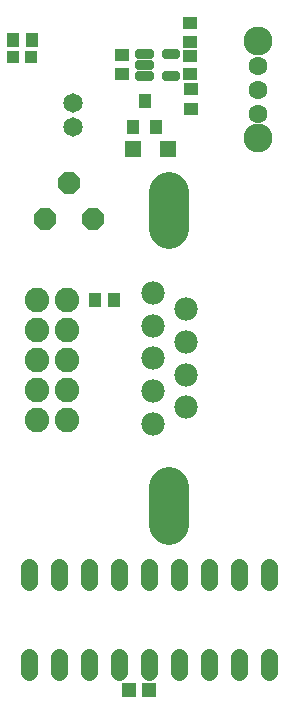
<source format=gts>
G04 EAGLE Gerber RS-274X export*
G75*
%MOMM*%
%FSLAX34Y34*%
%LPD*%
%INSoldermask Top*%
%IPPOS*%
%AMOC8*
5,1,8,0,0,1.08239X$1,22.5*%
G01*
%ADD10R,1.138600X1.214400*%
%ADD11R,1.057000X1.214400*%
%ADD12C,1.981200*%
%ADD13C,3.403200*%
%ADD14C,0.504181*%
%ADD15R,1.173400X1.124100*%
%ADD16R,1.453200X1.423200*%
%ADD17R,1.003200X1.153200*%
%ADD18R,1.177100X1.001900*%
%ADD19C,1.603200*%
%ADD20C,2.453200*%
%ADD21R,1.001900X1.177100*%
%ADD22R,1.003200X1.003200*%
%ADD23C,1.653200*%
%ADD24C,1.422400*%
%ADD25R,1.303200X1.203200*%
%ADD26P,1.951982X8X22.500000*%
%ADD27C,2.082800*%


D10*
X97820Y351370D03*
D11*
X81612Y351370D03*
D12*
X130800Y357200D03*
X130800Y329500D03*
X130800Y301800D03*
X130800Y274100D03*
X130800Y246400D03*
X159200Y343350D03*
X159200Y315650D03*
X159200Y287950D03*
X159200Y260250D03*
D13*
X145000Y192800D02*
X145000Y160800D01*
X145000Y410800D02*
X145000Y442800D01*
D14*
X129095Y561045D02*
X118505Y561045D01*
X129095Y561045D02*
X129095Y557955D01*
X118505Y557955D01*
X118505Y561045D01*
X118505Y551545D02*
X129095Y551545D01*
X129095Y548455D01*
X118505Y548455D01*
X118505Y551545D01*
X118505Y542045D02*
X129095Y542045D01*
X129095Y538955D01*
X118505Y538955D01*
X118505Y542045D01*
X140905Y538955D02*
X151495Y538955D01*
X140905Y538955D02*
X140905Y542045D01*
X151495Y542045D01*
X151495Y538955D01*
X151495Y557955D02*
X140905Y557955D01*
X140905Y561045D01*
X151495Y561045D01*
X151495Y557955D01*
D15*
X162800Y542154D03*
X162800Y557646D03*
X104400Y542754D03*
X104400Y558246D03*
D16*
X143450Y478800D03*
X113950Y478800D03*
D17*
X114400Y498000D03*
X133400Y498000D03*
X123900Y520000D03*
D18*
X163300Y513048D03*
X163300Y529352D03*
X162800Y569348D03*
X162800Y585652D03*
D19*
X219700Y509000D03*
X219700Y529000D03*
X219700Y549000D03*
D20*
X219700Y488000D03*
X219700Y570000D03*
D21*
X12248Y571500D03*
X28552Y571500D03*
D22*
X27400Y556500D03*
X12400Y556500D03*
D23*
X63000Y497700D03*
X63000Y517700D03*
D24*
X25800Y48496D02*
X25800Y36304D01*
X51200Y36304D02*
X51200Y48496D01*
X76600Y48496D02*
X76600Y36304D01*
X102000Y36304D02*
X102000Y48496D01*
X127400Y48496D02*
X127400Y36304D01*
X152800Y36304D02*
X152800Y48496D01*
X178200Y48496D02*
X178200Y36304D01*
X203600Y36304D02*
X203600Y48496D01*
X229000Y48496D02*
X229000Y36304D01*
X229000Y112504D02*
X229000Y124696D01*
X203600Y124696D02*
X203600Y112504D01*
X178200Y112504D02*
X178200Y124696D01*
X152800Y124696D02*
X152800Y112504D01*
X127400Y112504D02*
X127400Y124696D01*
X102000Y124696D02*
X102000Y112504D01*
X76600Y112504D02*
X76600Y124696D01*
X51200Y124696D02*
X51200Y112504D01*
X25800Y112504D02*
X25800Y124696D01*
D25*
X127700Y21000D03*
X110700Y21000D03*
D26*
X80000Y420000D03*
X40000Y420000D03*
X60000Y450000D03*
D27*
X58300Y249600D03*
X32900Y249600D03*
X58300Y275000D03*
X32900Y275000D03*
X58300Y300400D03*
X32900Y300400D03*
X58300Y325800D03*
X32900Y325800D03*
X58300Y351200D03*
X32900Y351200D03*
M02*

</source>
